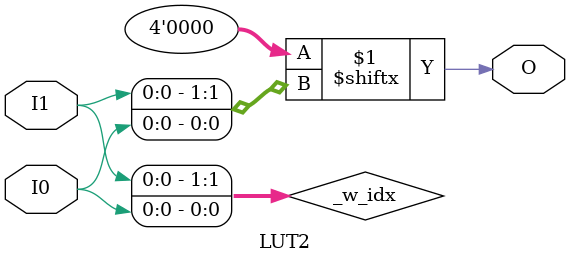
<source format=v>
`ifdef verilator3
`else
`timescale 1 ps / 1 ps
`endif

/* verilator coverage_off */
module LUT2
#(
    parameter [3:0] INIT = 4'b0000
)
(
    input  wire I0, I1,
`ifdef FAST_IQ
    output wire O
`else
    output wire O /* verilator public_flat_rd */
`endif
);
`ifdef SCOPE_IQ
    localparam cell_kind /* verilator public_flat_rd */ = 1;
`endif
    wire [1:0] _w_idx = { I1, I0 };

`ifdef FAST_IQ
    reg O_f /* verilator public_flat_rw */ = 1'b0;
    reg O_v /* verilator public_flat_rw */ = 1'b0;
    assign O = O_f ? O_v : INIT[_w_idx];
`else
    assign O = INIT[_w_idx];
`endif

endmodule
/* verilator coverage_on */

</source>
